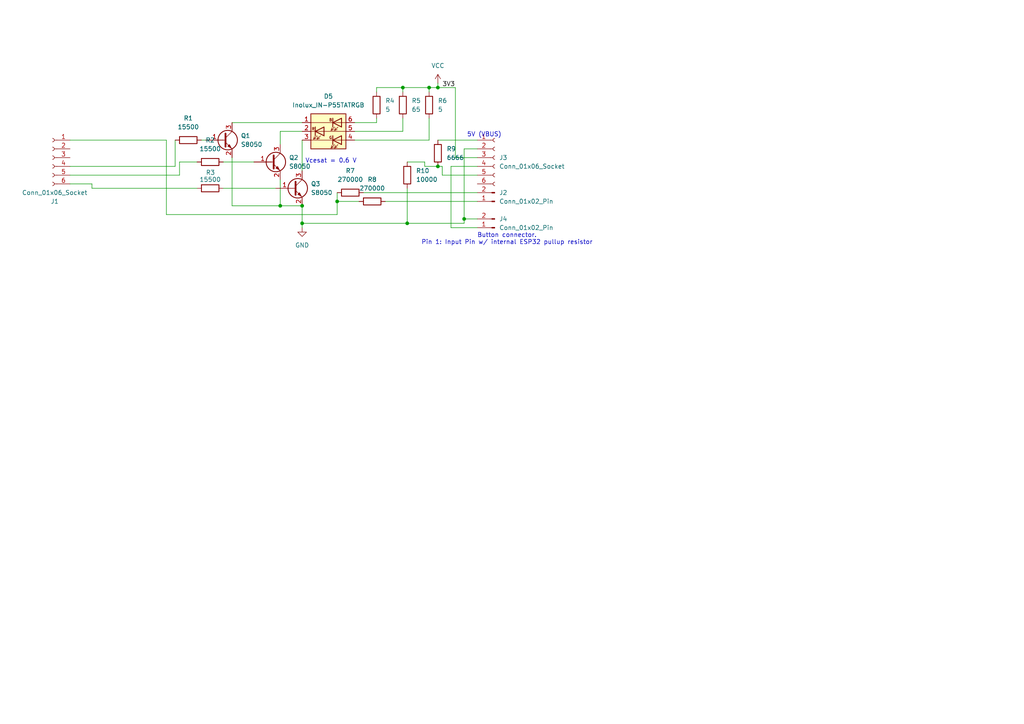
<source format=kicad_sch>
(kicad_sch (version 20250114) (generator "eeschema") (generator_version "9.0")
  (paper "A4")
  (lib_symbols
    (symbol "Connector:Conn_01x02_Pin" (pin_names (offset 1.016) (hide yes))
      (property "Reference" "J" (at 0 2.54 0))
      (property "Value" "Conn_01x02_Pin" (at 0 -5.08 0))
      (symbol "Conn_01x02_Pin_1_1"
        (rectangle (start 0.8636 0.127) (end 0 -0.127) (stroke (width 0.1524)) (fill (type outline)))
        (rectangle (start 0.8636 -2.413) (end 0 -2.667) (stroke (width 0.1524)) (fill (type outline)))
        (polyline (pts (xy 1.27 0) (xy 0.8636 0)) (stroke (width 0.1524)))
        (polyline (pts (xy 1.27 -2.54) (xy 0.8636 -2.54)) (stroke (width 0.1524)))
        (pin passive line (at 5.08 0 180) (length 3.81) (name "Pin_1") (number "1"))
        (pin passive line (at 5.08 -2.54 180) (length 3.81) (name "Pin_2") (number "2"))
      )
    )
    (symbol "Connector:Conn_01x06_Socket" (pin_names (offset 1.016) (hide yes))
      (property "Reference" "J" (at 0 7.62 0))
      (property "Value" "Conn_01x06_Socket" (at 0 -10.16 0))
      (symbol "Conn_01x06_Socket_1_1"
        (polyline (pts (xy -1.27 5.08) (xy -0.508 5.08)) (stroke (width 0.1524)))
        (polyline (pts (xy -1.27 2.54) (xy -0.508 2.54)) (stroke (width 0.1524)))
        (polyline (pts (xy -1.27 0) (xy -0.508 0)) (stroke (width 0.1524)))
        (polyline (pts (xy -1.27 -2.54) (xy -0.508 -2.54)) (stroke (width 0.1524)))
        (polyline (pts (xy -1.27 -5.08) (xy -0.508 -5.08)) (stroke (width 0.1524)))
        (polyline (pts (xy -1.27 -7.62) (xy -0.508 -7.62)) (stroke (width 0.1524)))
        (arc (start 0 4.572) (mid -0.5058 5.08) (end 0 5.588) (stroke (width 0.1524)))
        (arc (start 0 2.032) (mid -0.5058 2.54) (end 0 3.048) (stroke (width 0.1524)))
        (arc (start 0 -0.508) (mid -0.5058 0) (end 0 0.508) (stroke (width 0.1524)))
        (arc (start 0 -3.048) (mid -0.5058 -2.54) (end 0 -2.032) (stroke (width 0.1524)))
        (arc (start 0 -5.588) (mid -0.5058 -5.08) (end 0 -4.572) (stroke (width 0.1524)))
        (arc (start 0 -8.128) (mid -0.5058 -7.62) (end 0 -7.112) (stroke (width 0.1524)))
        (pin passive line (at -5.08 5.08 0) (length 3.81) (name "Pin_1") (number "1"))
        (pin passive line (at -5.08 2.54 0) (length 3.81) (name "Pin_2") (number "2"))
        (pin passive line (at -5.08 0 0) (length 3.81) (name "Pin_3") (number "3"))
        (pin passive line (at -5.08 -2.54 0) (length 3.81) (name "Pin_4") (number "4"))
        (pin passive line (at -5.08 -5.08 0) (length 3.81) (name "Pin_5") (number "5"))
        (pin passive line (at -5.08 -7.62 0) (length 3.81) (name "Pin_6") (number "6"))
      )
    )
    (symbol "Device:R" (pin_numbers (hide yes)) (pin_names (offset 0))
      (property "Reference" "R" (at 2.032 0 90))
      (property "Value" "R" (at 0 0 90))
      (symbol "R_0_1"
        (rectangle (start -1.016 -2.54) (end 1.016 2.54) (stroke (width 0.254)))
      )
      (symbol "R_1_1"
        (pin passive line (at 0 3.81 270) (length 1.27) (name "~") (number "1"))
        (pin passive line (at 0 -3.81 90) (length 1.27) (name "~") (number "2"))
      )
    )
    (symbol "LED:Inolux_IN-P55TATRGB" (pin_names (hide yes))
      (property "Reference" "D" (at -5.08 6.35 0))
      (property "Value" "Inolux_IN-P55TATRGB" (at -5.08 -6.35 0))
      (symbol "Inolux_IN-P55TATRGB_0_0"
        (text "B" (at -0.635 -3.3274 0) (effects (font (size 0.762 0.762))))
      )
      (symbol "Inolux_IN-P55TATRGB_0_1"
        (rectangle (start -5.08 5.08) (end 5.08 -5.08) (stroke (width 0.254)) (fill (type background)))
        (polyline (pts (xy -5.08 2.54) (xy 5.08 2.54)))
        (polyline (pts (xy -5.08 0) (xy 5.08 0)))
        (polyline (pts (xy -5.08 -2.54) (xy 5.08 -2.54)))
        (polyline (pts (xy -3.81 3.81) (xy -3.81 1.27) (xy -1.27 2.54) (xy -3.81 3.81)) (stroke (width 0.254)))
        (polyline (pts (xy -3.81 -1.27) (xy -3.81 -3.81) (xy -1.27 -2.54) (xy -3.81 -1.27)) (stroke (width 0.254)))
        (polyline (pts (xy -2.794 3.81) (xy -1.778 4.826)))
        (polyline (pts (xy -2.794 -1.27) (xy -1.778 -0.254)))
        (polyline (pts (xy -2.54 4.572) (xy -1.778 4.826) (xy -2.032 4.064)))
        (polyline (pts (xy -2.032 -1.016) (xy -1.778 -0.254) (xy -2.54 -0.508)))
        (polyline (pts (xy -1.778 3.81) (xy -0.762 4.826)))
        (polyline (pts (xy -1.778 -1.27) (xy -0.762 -0.254)))
        (polyline (pts (xy -1.524 4.572) (xy -0.762 4.826) (xy -1.016 4.064)))
        (polyline (pts (xy -1.524 -0.508) (xy -0.762 -0.254) (xy -1.016 -1.016)))
        (polyline (pts (xy -1.27 3.81) (xy -1.27 1.27)) (stroke (width 0.254)))
        (polyline (pts (xy -1.27 -1.27) (xy -1.27 -3.81)) (stroke (width 0.254)))
        (polyline (pts (xy 1.27 1.27) (xy 1.27 -1.27) (xy 3.81 0) (xy 1.27 1.27)) (stroke (width 0.254)))
        (polyline (pts (xy 2.286 1.27) (xy 3.302 2.286)))
        (polyline (pts (xy 3.048 1.524) (xy 3.302 2.286) (xy 2.54 2.032)))
        (polyline (pts (xy 3.302 1.27) (xy 4.318 2.286)))
        (polyline (pts (xy 3.556 2.032) (xy 4.318 2.286) (xy 4.064 1.524)))
        (polyline (pts (xy 3.81 1.27) (xy 3.81 -1.27)) (stroke (width 0.254)))
      )
      (symbol "Inolux_IN-P55TATRGB_1_0"
        (text "G" (at -0.635 1.8034 0) (effects (font (size 0.762 0.762))))
        (text "R" (at 4.4196 -0.7112 0) (effects (font (size 0.762 0.762))))
      )
      (symbol "Inolux_IN-P55TATRGB_1_1"
        (pin passive line (at -7.62 2.54 0) (length 2.54) (name "AG") (number "4"))
        (pin passive line (at -7.62 0 0) (length 2.54) (name "AR") (number "5"))
        (pin passive line (at -7.62 -2.54 0) (length 2.54) (name "AB") (number "6"))
        (pin passive line (at 7.62 2.54 180) (length 2.54) (name "KG") (number "3"))
        (pin passive line (at 7.62 0 180) (length 2.54) (name "KR") (number "2"))
        (pin passive line (at 7.62 -2.54 180) (length 2.54) (name "KB") (number "1"))
      )
    )
    (symbol "S8050_1" (pin_names (offset 0) (hide yes))
      (property "Reference" "Q3" (at 5.08 1.2701 0))
      (property "Value" "S8050" (at 5.08 -1.2699 0))
      (symbol "S8050_1_0_1"
        (polyline (pts (xy 0 0) (xy 0.635 0)))
        (polyline (pts (xy 0.635 1.905) (xy 0.635 -1.905) (xy 0.635 -1.905)) (stroke (width 0.508)))
        (polyline (pts (xy 0.635 0.635) (xy 2.54 2.54)))
        (polyline (pts (xy 0.635 -0.635) (xy 2.54 -2.54) (xy 2.54 -2.54)))
        (circle (center 1.27 0) (radius 2.8194) (stroke (width 0.254)))
        (polyline (pts (xy 1.27 -1.778) (xy 1.778 -1.27) (xy 2.286 -2.286) (xy 1.27 -1.778) (xy 1.27 -1.778)) (fill (type outline)))
      )
      (symbol "S8050_1_1_1"
        (pin input line (at -5.08 0 0) (length 5.08) (name "B") (number "1"))
        (pin passive line (at 2.54 5.08 270) (length 2.54) (name "C") (number "3"))
        (pin passive line (at 2.54 -5.08 90) (length 2.54) (name "E") (number "2"))
      )
    )
    (symbol "S8050_2" (pin_names (offset 0) (hide yes))
      (property "Reference" "Q2" (at 5.08 1.2701 0))
      (property "Value" "S8050" (at 5.08 -1.2699 0))
      (symbol "S8050_2_0_1"
        (polyline (pts (xy 0 0) (xy 0.635 0)))
        (polyline (pts (xy 0.635 1.905) (xy 0.635 -1.905) (xy 0.635 -1.905)) (stroke (width 0.508)))
        (polyline (pts (xy 0.635 0.635) (xy 2.54 2.54)))
        (polyline (pts (xy 0.635 -0.635) (xy 2.54 -2.54) (xy 2.54 -2.54)))
        (circle (center 1.27 0) (radius 2.8194) (stroke (width 0.254)))
        (polyline (pts (xy 1.27 -1.778) (xy 1.778 -1.27) (xy 2.286 -2.286) (xy 1.27 -1.778) (xy 1.27 -1.778)) (fill (type outline)))
      )
      (symbol "S8050_2_1_1"
        (pin input line (at -5.08 0 0) (length 5.08) (name "B") (number "1"))
        (pin passive line (at 2.54 5.08 270) (length 2.54) (name "C") (number "3"))
        (pin passive line (at 2.54 -5.08 90) (length 2.54) (name "E") (number "2"))
      )
    )
    (symbol "Transistor_BJT:S8050" (pin_names (offset 0) (hide yes))
      (property "Reference" "Q1" (at 5.08 1.2701 0))
      (property "Value" "S8050" (at 5.08 -1.2699 0))
      (symbol "S8050_0_1"
        (polyline (pts (xy 0 0) (xy 0.635 0)))
        (polyline (pts (xy 0.635 1.905) (xy 0.635 -1.905) (xy 0.635 -1.905)) (stroke (width 0.508)))
        (polyline (pts (xy 0.635 0.635) (xy 2.54 2.54)))
        (polyline (pts (xy 0.635 -0.635) (xy 2.54 -2.54) (xy 2.54 -2.54)))
        (circle (center 1.27 0) (radius 2.8194) (stroke (width 0.254)))
        (polyline (pts (xy 1.27 -1.778) (xy 1.778 -1.27) (xy 2.286 -2.286) (xy 1.27 -1.778) (xy 1.27 -1.778)) (fill (type outline)))
      )
      (symbol "S8050_1_1"
        (pin input line (at -5.08 0 0) (length 5.08) (name "B") (number "1"))
        (pin passive line (at 2.54 5.08 270) (length 2.54) (name "C") (number "3"))
        (pin passive line (at 2.54 -5.08 90) (length 2.54) (name "E") (number "2"))
      )
    )
    (symbol "power:GND" (power) (pin_names (offset 0))
      (property "Value" "GND" (at 0 -3.81 0))
      (symbol "GND_0_1"
        (polyline (pts (xy 0 0) (xy 0 -1.27) (xy 1.27 -1.27) (xy 0 -2.54) (xy -1.27 -1.27) (xy 0 -1.27)))
      )
      (symbol "GND_1_1"
        (pin power_in line (at 0 0 270) (length 0) (hide yes) (name "GND") (number "1"))
      )
    )
    (symbol "power:VCC" (power) (pin_numbers (hide yes)) (pin_names (offset 0) (hide yes))
      (property "Value" "VCC" (at 0 3.556 0))
      (symbol "VCC_0_1"
        (polyline (pts (xy -0.762 1.27) (xy 0 2.54)))
        (polyline (pts (xy 0 2.54) (xy 0.762 1.27)))
        (polyline (pts (xy 0 0) (xy 0 2.54)))
      )
      (symbol "VCC_1_1"
        (pin power_in line (at 0 0 90) (length 0) (name "~") (number "1"))
      )
    )
  )
  (text "5V (VBUS)" (at 140.462 39.116 0) (effects (font (size 1.27 1.27))))
  (text "Vcesat = 0.6 V" (at 96.012 46.736 0) (effects (font (size 1.27 1.27))))
  (text "Button connector.\nPin 1: Input Pin w/ internal ESP32 pullup resistor" (at 147.066 69.342 0) (effects (font (size 1.27 1.27))))
  (junction (at 127 48.26))
  (junction (at 127 25.4))
  (junction (at 134.62 63.5))
  (junction (at 87.63 64.77))
  (junction (at 118.11 64.77))
  (junction (at 116.84 25.4))
  (junction (at 97.79 58.42))
  (junction (at 124.46 25.4))
  (junction (at 81.28 59.69))
  (junction (at 87.63 59.69))
  (wire (pts (xy 116.84 26.67) (xy 116.84 25.4)))
  (wire (pts (xy 138.43 63.5) (xy 134.62 63.5)))
  (wire (pts (xy 87.63 64.77) (xy 118.11 64.77)))
  (wire (pts (xy 130.81 48.26) (xy 138.43 48.26)))
  (wire (pts (xy 134.62 43.18) (xy 138.43 43.18)))
  (wire (pts (xy 87.63 49.53) (xy 87.63 40.64)))
  (wire (pts (xy 111.76 58.42) (xy 138.43 58.42)))
  (wire (pts (xy 26.67 54.61) (xy 26.67 53.34)))
  (wire (pts (xy 81.28 38.1) (xy 81.28 41.91)))
  (wire (pts (xy 138.43 66.04) (xy 130.81 66.04)))
  (wire (pts (xy 102.87 38.1) (xy 116.84 38.1)))
  (wire (pts (xy 109.22 25.4) (xy 109.22 26.67)))
  (wire (pts (xy 58.42 40.64) (xy 59.69 40.64)))
  (wire (pts (xy 67.31 35.56) (xy 87.63 35.56)))
  (wire (pts (xy 81.28 52.07) (xy 81.28 59.69)))
  (wire (pts (xy 97.79 55.88) (xy 97.79 58.42)))
  (wire (pts (xy 138.43 45.72) (xy 132.08 45.72)))
  (wire (pts (xy 26.67 53.34) (xy 20.32 53.34)))
  (wire (pts (xy 81.28 59.69) (xy 87.63 59.69)))
  (wire (pts (xy 105.41 55.88) (xy 138.43 55.88)))
  (wire (pts (xy 123.19 48.26) (xy 127 48.26)))
  (wire (pts (xy 109.22 25.4) (xy 116.84 25.4)))
  (wire (pts (xy 50.8 40.64) (xy 50.8 48.26)))
  (wire (pts (xy 116.84 25.4) (xy 124.46 25.4)))
  (wire (pts (xy 130.81 66.04) (xy 130.81 48.26)))
  (wire (pts (xy 102.87 40.64) (xy 124.46 40.64)))
  (wire (pts (xy 87.63 64.77) (xy 87.63 66.04)))
  (wire (pts (xy 127 40.64) (xy 138.43 40.64)))
  (wire (pts (xy 81.28 38.1) (xy 87.63 38.1)))
  (wire (pts (xy 123.19 46.99) (xy 123.19 48.26)))
  (wire (pts (xy 132.08 45.72) (xy 132.08 25.4)))
  (wire (pts (xy 132.08 25.4) (xy 127 25.4)))
  (wire (pts (xy 118.11 46.99) (xy 123.19 46.99)))
  (wire (pts (xy 118.11 64.77) (xy 134.62 64.77)))
  (wire (pts (xy 116.84 34.29) (xy 116.84 38.1)))
  (wire (pts (xy 118.11 54.61) (xy 118.11 64.77)))
  (wire (pts (xy 20.32 48.26) (xy 50.8 48.26)))
  (wire (pts (xy 64.77 46.99) (xy 73.66 46.99)))
  (wire (pts (xy 127 48.26) (xy 128.27 48.26)))
  (wire (pts (xy 127 25.4) (xy 124.46 25.4)))
  (wire (pts (xy 48.26 40.64) (xy 20.32 40.64)))
  (wire (pts (xy 64.77 54.61) (xy 80.01 54.61)))
  (wire (pts (xy 104.14 58.42) (xy 97.79 58.42)))
  (wire (pts (xy 52.07 50.8) (xy 52.07 46.99)))
  (wire (pts (xy 109.22 35.56) (xy 109.22 34.29)))
  (wire (pts (xy 97.79 62.23) (xy 97.79 58.42)))
  (wire (pts (xy 102.87 35.56) (xy 109.22 35.56)))
  (wire (pts (xy 67.31 45.72) (xy 67.31 59.69)))
  (wire (pts (xy 52.07 46.99) (xy 57.15 46.99)))
  (wire (pts (xy 48.26 62.23) (xy 97.79 62.23)))
  (wire (pts (xy 127 24.13) (xy 127 25.4)))
  (wire (pts (xy 87.63 59.69) (xy 87.63 64.77)))
  (wire (pts (xy 67.31 59.69) (xy 81.28 59.69)))
  (wire (pts (xy 26.67 54.61) (xy 57.15 54.61)))
  (wire (pts (xy 134.62 64.77) (xy 134.62 63.5)))
  (wire (pts (xy 124.46 25.4) (xy 124.46 26.67)))
  (wire (pts (xy 128.27 48.26) (xy 128.27 50.8)))
  (wire (pts (xy 134.62 43.18) (xy 134.62 63.5)))
  (wire (pts (xy 48.26 62.23) (xy 48.26 40.64)))
  (wire (pts (xy 20.32 50.8) (xy 52.07 50.8)))
  (wire (pts (xy 128.27 50.8) (xy 138.43 50.8)))
  (wire (pts (xy 124.46 40.64) (xy 124.46 34.29)))
  (label "3V3" (at 128.27 25.4 0))
  (symbol (lib_name "S8050_2") (lib_id "Transistor_BJT:S8050") (at 78.74 46.99 0) (unit 1)
    (property "Reference" "Q2" (at 83.82 45.7199 0) (effects (justify left)))
    (property "Value" "S8050" (at 83.82 48.2599 0) (effects (justify left)))
    (property "Footprint" "Package_TO_SOT_SMD:SOT-23" (effects (hide yes)))
    (property "Datasheet" "https://mm.digikey.com/Volume0/opasdata/d220001/medias/docus/7158/5272_S8050.pdf" (effects (hide yes)))
  )
  (symbol (lib_id "Device:R") (at 60.96 46.99 90) (unit 1)
    (property "Reference" "R2" (at 60.96 40.64 90))
    (property "Value" "15500" (at 60.96 43.18 90))
    (property "Footprint" "Resistor_SMD:R_1206_3216Metric_Pad1.30x1.75mm_HandSolder" (effects (hide yes)))
  )
  (symbol (lib_id "LED:Inolux_IN-P55TATRGB") (at 95.25 38.1 180) (unit 1)
    (property "Reference" "D5" (at 95.25 27.94 0))
    (property "Value" "Inolux_IN-P55TATRGB" (at 95.25 30.48 0))
    (property "Footprint" "LED_SMD:LED_Inolux_IN-P55TATRGB_PLCC6_5.0x5.5mm_P1.8mm" (effects (hide yes)))
    (property "Datasheet" "https://www.inolux-corp.com/datasheet/SMDLED/RGB%20Top%20View/IN-P55TATRGB.pdf" (effects (hide yes)))
    (property "Description" "Inolux RGB LED, PLCC-6" (effects (hide yes)))
  )
  (symbol (lib_id "Device:R") (at 60.96 54.61 90) (unit 1)
    (property "Reference" "R3" (at 59.69 50.038 90) (effects (justify right)))
    (property "Value" "15500" (at 60.96 52.07 90))
    (property "Footprint" "Resistor_SMD:R_1206_3216Metric_Pad1.30x1.75mm_HandSolder" (effects (hide yes)))
  )
  (symbol (lib_id "Device:R") (at 127 44.45 0) (unit 1)
    (property "Reference" "R9" (at 129.54 43.1799 0) (effects (justify left)))
    (property "Value" "6666" (at 129.54 45.7199 0) (effects (justify left)))
    (property "Footprint" "Resistor_SMD:R_1206_3216Metric_Pad1.30x1.75mm_HandSolder" (effects (hide yes)))
    (property "Description" "Resistor" (effects (hide yes)))
  )
  (symbol (lib_id "Device:R") (at 109.22 30.48 0) (unit 1)
    (property "Reference" "R4" (at 111.76 29.2099 0) (effects (justify left)))
    (property "Value" "5" (at 111.76 31.7499 0) (effects (justify left)))
    (property "Footprint" "Resistor_SMD:R_1206_3216Metric_Pad1.30x1.75mm_HandSolder" (effects (hide yes)))
  )
  (symbol (lib_id "Device:R") (at 101.6 55.88 90) (unit 1)
    (property "Reference" "R7" (at 101.6 49.53 90))
    (property "Value" "270000" (at 101.6 52.07 90))
    (property "Footprint" "Resistor_SMD:R_1206_3216Metric_Pad1.30x1.75mm_HandSolder" (effects (hide yes)))
    (property "Description" "Resistor" (effects (hide yes)))
  )
  (symbol (lib_id "power:GND") (at 87.63 66.04 0) (unit 1)
    (property "Reference" "#PWR01" (effects (hide yes)))
    (property "Value" "GND" (at 87.63 71.12 0))
  )
  (symbol (lib_id "Device:R") (at 107.95 58.42 90) (unit 1)
    (property "Reference" "R8" (at 107.95 52.07 90))
    (property "Value" "270000" (at 107.95 54.61 90))
    (property "Footprint" "Resistor_SMD:R_1206_3216Metric_Pad1.30x1.75mm_HandSolder" (effects (hide yes)))
    (property "Description" "Resistor" (effects (hide yes)))
  )
  (symbol (lib_id "Connector:Conn_01x02_Pin") (at 143.51 66.04 180) (unit 1)
    (property "Reference" "J4" (at 144.78 63.4999 0) (effects (justify right)))
    (property "Value" "Conn_01x02_Pin" (at 144.78 66.0399 0) (effects (justify right)))
    (property "Footprint" "Connector_PinHeader_2.54mm:PinHeader_1x02_P2.54mm_Vertical" (effects (hide yes)))
    (property "Description" "Generic connector, single row, 01x02, script generated" (effects (hide yes)))
  )
  (symbol (lib_id "Connector:Conn_01x02_Pin") (at 143.51 58.42 180) (unit 1)
    (property "Reference" "J2" (at 144.78 55.8799 0) (effects (justify right)))
    (property "Value" "Conn_01x02_Pin" (at 144.78 58.4199 0) (effects (justify right)))
    (property "Footprint" "Connector_PinHeader_2.54mm:PinHeader_1x02_P2.54mm_Vertical" (effects (hide yes)))
    (property "Description" "Generic connector, single row, 01x02, script generated" (effects (hide yes)))
  )
  (symbol (lib_id "Device:R") (at 116.84 30.48 0) (unit 1)
    (property "Reference" "R5" (at 119.38 29.2099 0) (effects (justify left)))
    (property "Value" "65" (at 119.38 31.7499 0) (effects (justify left)))
    (property "Footprint" "Resistor_SMD:R_1206_3216Metric_Pad1.30x1.75mm_HandSolder" (effects (hide yes)))
  )
  (symbol (lib_name "S8050_1") (lib_id "Transistor_BJT:S8050") (at 85.09 54.61 0) (unit 1)
    (property "Reference" "Q3" (at 90.17 53.3399 0) (effects (justify left)))
    (property "Value" "S8050" (at 90.17 55.8799 0) (effects (justify left)))
    (property "Footprint" "Package_TO_SOT_SMD:SOT-23" (effects (hide yes)))
    (property "Datasheet" "https://mm.digikey.com/Volume0/opasdata/d220001/medias/docus/7158/5272_S8050.pdf" (effects (hide yes)))
  )
  (symbol (lib_id "power:VCC") (at 127 24.13 0) (unit 1)
    (property "Reference" "#PWR02" (effects (hide yes)))
    (property "Value" "VCC" (at 127 19.05 0))
    (property "Description" "Power symbol creates a global label with name \"VCC\"" (effects (hide yes)))
  )
  (symbol (lib_id "Device:R") (at 124.46 30.48 0) (unit 1)
    (property "Reference" "R6" (at 127 29.2099 0) (effects (justify left)))
    (property "Value" "5" (at 127 31.75 0) (effects (justify left)))
    (property "Footprint" "Resistor_SMD:R_1206_3216Metric_Pad1.30x1.75mm_HandSolder" (effects (hide yes)))
  )
  (symbol (lib_id "Connector:Conn_01x06_Socket") (at 143.51 45.72 0) (unit 1)
    (property "Reference" "J3" (at 144.78 45.7199 0) (effects (justify left)))
    (property "Value" "Conn_01x06_Socket" (at 144.78 48.2599 0) (effects (justify left)))
    (property "Footprint" "Connector_PinSocket_2.54mm:PinSocket_1x06_P2.54mm_Vertical" (effects (hide yes)))
    (property "Description" "Generic connector, single row, 01x06, script generated" (effects (hide yes)))
  )
  (symbol (lib_id "Device:R") (at 54.61 40.64 90) (unit 1)
    (property "Reference" "R1" (at 54.61 34.29 90))
    (property "Value" "15500" (at 54.61 36.83 90))
    (property "Footprint" "Resistor_SMD:R_1206_3216Metric_Pad1.30x1.75mm_HandSolder" (effects (hide yes)))
  )
  (symbol (lib_id "Transistor_BJT:S8050") (at 64.77 40.64 0) (unit 1)
    (property "Reference" "Q1" (at 69.85 39.3699 0) (effects (justify left)))
    (property "Value" "S8050" (at 69.85 41.9099 0) (effects (justify left)))
    (property "Footprint" "Package_TO_SOT_SMD:SOT-23" (effects (hide yes)))
    (property "Datasheet" "https://mm.digikey.com/Volume0/opasdata/d220001/medias/docus/7158/5272_S8050.pdf" (effects (hide yes)))
  )
  (symbol (lib_id "Device:R") (at 118.11 50.8 0) (unit 1)
    (property "Reference" "R10" (at 120.65 49.5299 0) (effects (justify left)))
    (property "Value" "10000" (at 120.65 52.0699 0) (effects (justify left)))
    (property "Footprint" "Resistor_SMD:R_1206_3216Metric_Pad1.30x1.75mm_HandSolder" (effects (hide yes)))
    (property "Description" "Resistor" (effects (hide yes)))
  )
  (symbol (lib_id "Connector:Conn_01x06_Socket") (at 15.24 45.72 0) (mirror y) (unit 1)
    (property "Reference" "J1" (at 15.875 58.42 0))
    (property "Value" "Conn_01x06_Socket" (at 15.875 55.88 0))
    (property "Footprint" "Connector_PinSocket_2.54mm:PinSocket_1x06_P2.54mm_Vertical" (effects (hide yes)))
    (property "Description" "Generic connector, single row, 01x06, script generated" (effects (hide yes)))
  )
)
</source>
